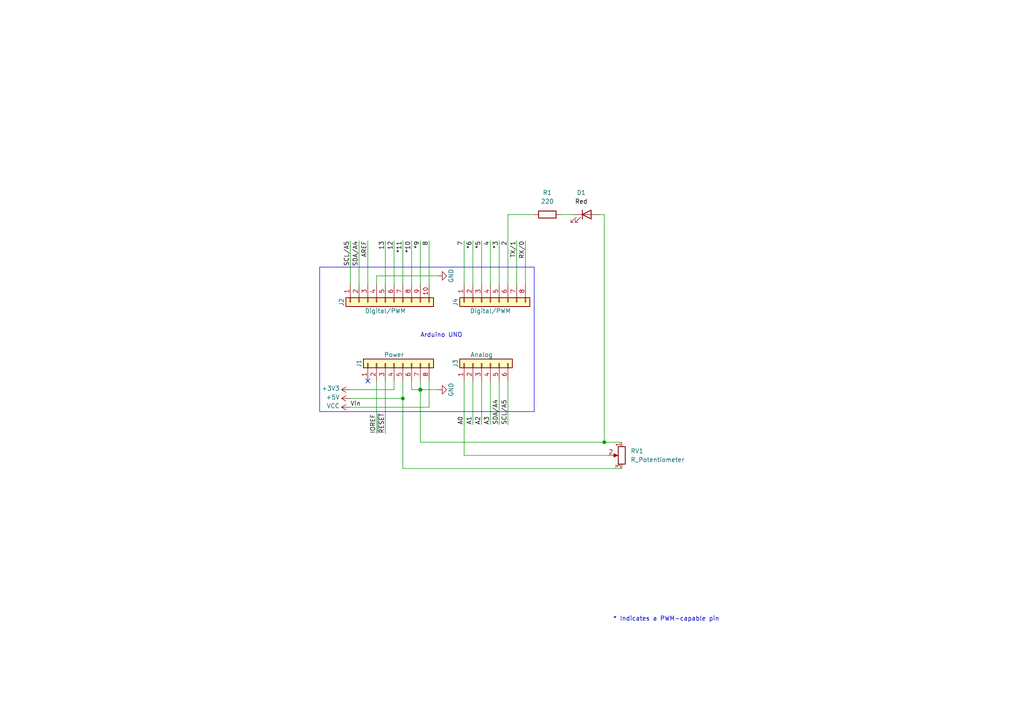
<source format=kicad_sch>
(kicad_sch (version 20231120) (generator "eeschema") (generator_version "8.0")
  (paper "A4")
  (title_block (date "mar. 31 mars 2015"))
  (lib_symbols
    (symbol "Connector_Generic:Conn_01x06" (pin_names (offset 1.016) hide)
      (property "Reference" "J" (at 0 7.62 0))
      (property "Value" "Conn_01x06" (at 0 -10.16 0))
      (symbol "Conn_01x06_1_1"
        (rectangle (start -1.27 -7.493) (end 0 -7.747) (stroke (width 0.1524)))
        (rectangle (start -1.27 -4.953) (end 0 -5.207) (stroke (width 0.1524)))
        (rectangle (start -1.27 -2.413) (end 0 -2.667) (stroke (width 0.1524)))
        (rectangle (start -1.27 0.127) (end 0 -0.127) (stroke (width 0.1524)))
        (rectangle (start -1.27 2.667) (end 0 2.413) (stroke (width 0.1524)))
        (rectangle (start -1.27 5.207) (end 0 4.953) (stroke (width 0.1524)))
        (rectangle (start -1.27 6.35) (end 1.27 -8.89) (stroke (width 0.254)) (fill (type background)))
        (pin passive line (at -5.08 5.08 0) (length 3.81) (name "Pin_1") (number "1"))
        (pin passive line (at -5.08 2.54 0) (length 3.81) (name "Pin_2") (number "2"))
        (pin passive line (at -5.08 0 0) (length 3.81) (name "Pin_3") (number "3"))
        (pin passive line (at -5.08 -2.54 0) (length 3.81) (name "Pin_4") (number "4"))
        (pin passive line (at -5.08 -5.08 0) (length 3.81) (name "Pin_5") (number "5"))
        (pin passive line (at -5.08 -7.62 0) (length 3.81) (name "Pin_6") (number "6"))
      )
    )
    (symbol "Connector_Generic:Conn_01x08" (pin_names (offset 1.016) hide)
      (property "Reference" "J" (at 0 10.16 0))
      (property "Value" "Conn_01x08" (at 0 -12.7 0))
      (symbol "Conn_01x08_1_1"
        (rectangle (start -1.27 -10.033) (end 0 -10.287) (stroke (width 0.1524)))
        (rectangle (start -1.27 -7.493) (end 0 -7.747) (stroke (width 0.1524)))
        (rectangle (start -1.27 -4.953) (end 0 -5.207) (stroke (width 0.1524)))
        (rectangle (start -1.27 -2.413) (end 0 -2.667) (stroke (width 0.1524)))
        (rectangle (start -1.27 0.127) (end 0 -0.127) (stroke (width 0.1524)))
        (rectangle (start -1.27 2.667) (end 0 2.413) (stroke (width 0.1524)))
        (rectangle (start -1.27 5.207) (end 0 4.953) (stroke (width 0.1524)))
        (rectangle (start -1.27 7.747) (end 0 7.493) (stroke (width 0.1524)))
        (rectangle (start -1.27 8.89) (end 1.27 -11.43) (stroke (width 0.254)) (fill (type background)))
        (pin passive line (at -5.08 7.62 0) (length 3.81) (name "Pin_1") (number "1"))
        (pin passive line (at -5.08 5.08 0) (length 3.81) (name "Pin_2") (number "2"))
        (pin passive line (at -5.08 2.54 0) (length 3.81) (name "Pin_3") (number "3"))
        (pin passive line (at -5.08 0 0) (length 3.81) (name "Pin_4") (number "4"))
        (pin passive line (at -5.08 -2.54 0) (length 3.81) (name "Pin_5") (number "5"))
        (pin passive line (at -5.08 -5.08 0) (length 3.81) (name "Pin_6") (number "6"))
        (pin passive line (at -5.08 -7.62 0) (length 3.81) (name "Pin_7") (number "7"))
        (pin passive line (at -5.08 -10.16 0) (length 3.81) (name "Pin_8") (number "8"))
      )
    )
    (symbol "Connector_Generic:Conn_01x10" (pin_names (offset 1.016) hide)
      (property "Reference" "J" (at 0 12.7 0))
      (property "Value" "Conn_01x10" (at 0 -15.24 0))
      (symbol "Conn_01x10_1_1"
        (rectangle (start -1.27 -12.573) (end 0 -12.827) (stroke (width 0.1524)))
        (rectangle (start -1.27 -10.033) (end 0 -10.287) (stroke (width 0.1524)))
        (rectangle (start -1.27 -7.493) (end 0 -7.747) (stroke (width 0.1524)))
        (rectangle (start -1.27 -4.953) (end 0 -5.207) (stroke (width 0.1524)))
        (rectangle (start -1.27 -2.413) (end 0 -2.667) (stroke (width 0.1524)))
        (rectangle (start -1.27 0.127) (end 0 -0.127) (stroke (width 0.1524)))
        (rectangle (start -1.27 2.667) (end 0 2.413) (stroke (width 0.1524)))
        (rectangle (start -1.27 5.207) (end 0 4.953) (stroke (width 0.1524)))
        (rectangle (start -1.27 7.747) (end 0 7.493) (stroke (width 0.1524)))
        (rectangle (start -1.27 10.287) (end 0 10.033) (stroke (width 0.1524)))
        (rectangle (start -1.27 11.43) (end 1.27 -13.97) (stroke (width 0.254)) (fill (type background)))
        (pin passive line (at -5.08 10.16 0) (length 3.81) (name "Pin_1") (number "1"))
        (pin passive line (at -5.08 -12.7 0) (length 3.81) (name "Pin_10") (number "10"))
        (pin passive line (at -5.08 7.62 0) (length 3.81) (name "Pin_2") (number "2"))
        (pin passive line (at -5.08 5.08 0) (length 3.81) (name "Pin_3") (number "3"))
        (pin passive line (at -5.08 2.54 0) (length 3.81) (name "Pin_4") (number "4"))
        (pin passive line (at -5.08 0 0) (length 3.81) (name "Pin_5") (number "5"))
        (pin passive line (at -5.08 -2.54 0) (length 3.81) (name "Pin_6") (number "6"))
        (pin passive line (at -5.08 -5.08 0) (length 3.81) (name "Pin_7") (number "7"))
        (pin passive line (at -5.08 -7.62 0) (length 3.81) (name "Pin_8") (number "8"))
        (pin passive line (at -5.08 -10.16 0) (length 3.81) (name "Pin_9") (number "9"))
      )
    )
    (symbol "Device:LED" (pin_numbers hide) (pin_names (offset 1.016) hide)
      (property "Reference" "D" (at 0 2.54 0))
      (property "Value" "LED" (at 0 -2.54 0))
      (symbol "LED_0_1"
        (polyline (pts (xy -1.27 -1.27) (xy -1.27 1.27)) (stroke (width 0.254)))
        (polyline (pts (xy -1.27 0) (xy 1.27 0)))
        (polyline (pts (xy 1.27 -1.27) (xy 1.27 1.27) (xy -1.27 0) (xy 1.27 -1.27)) (stroke (width 0.254)))
        (polyline (pts (xy -3.048 -0.762) (xy -4.572 -2.286) (xy -3.81 -2.286) (xy -4.572 -2.286) (xy -4.572 -1.524)))
        (polyline (pts (xy -1.778 -0.762) (xy -3.302 -2.286) (xy -2.54 -2.286) (xy -3.302 -2.286) (xy -3.302 -1.524)))
      )
      (symbol "LED_1_1"
        (pin passive line (at -3.81 0 0) (length 2.54) (name "K") (number "1"))
        (pin passive line (at 3.81 0 180) (length 2.54) (name "A") (number "2"))
      )
    )
    (symbol "Device:R" (pin_numbers hide) (pin_names (offset 0))
      (property "Reference" "R" (at 2.032 0 90))
      (property "Value" "R" (at 0 0 90))
      (symbol "R_0_1"
        (rectangle (start -1.016 -2.54) (end 1.016 2.54) (stroke (width 0.254)))
      )
      (symbol "R_1_1"
        (pin passive line (at 0 3.81 270) (length 1.27) (name "~") (number "1"))
        (pin passive line (at 0 -3.81 90) (length 1.27) (name "~") (number "2"))
      )
    )
    (symbol "Device:R_Potentiometer" (pin_names (offset 1.016) hide)
      (property "Reference" "RV" (at -4.445 0 90))
      (property "Value" "R_Potentiometer" (at -2.54 0 90))
      (symbol "R_Potentiometer_0_1"
        (polyline (pts (xy 2.54 0) (xy 1.524 0)))
        (polyline (pts (xy 1.143 0) (xy 2.286 0.508) (xy 2.286 -0.508) (xy 1.143 0)) (fill (type outline)))
        (rectangle (start 1.016 2.54) (end -1.016 -2.54) (stroke (width 0.254)))
      )
      (symbol "R_Potentiometer_1_1"
        (pin passive line (at 0 3.81 270) (length 1.27) (name "1") (number "1"))
        (pin passive line (at 3.81 0 180) (length 1.27) (name "2") (number "2"))
        (pin passive line (at 0 -3.81 90) (length 1.27) (name "3") (number "3"))
      )
    )
    (symbol "power:+3V3" (power) (pin_names (offset 0))
      (property "Value" "+3V3" (at 0 3.556 0))
      (symbol "+3V3_0_1"
        (polyline (pts (xy -0.762 1.27) (xy 0 2.54)))
        (polyline (pts (xy 0 0) (xy 0 2.54)))
        (polyline (pts (xy 0 2.54) (xy 0.762 1.27)))
      )
      (symbol "+3V3_1_1"
        (pin power_in line (at 0 0 90) (length 0) hide (name "+3V3") (number "1"))
      )
    )
    (symbol "power:+5V" (power) (pin_names (offset 0))
      (property "Value" "+5V" (at 0 3.556 0))
      (symbol "+5V_0_1"
        (polyline (pts (xy -0.762 1.27) (xy 0 2.54)))
        (polyline (pts (xy 0 0) (xy 0 2.54)))
        (polyline (pts (xy 0 2.54) (xy 0.762 1.27)))
      )
      (symbol "+5V_1_1"
        (pin power_in line (at 0 0 90) (length 0) hide (name "+5V") (number "1"))
      )
    )
    (symbol "power:GND" (power) (pin_names (offset 0))
      (property "Value" "GND" (at 0 -3.81 0))
      (symbol "GND_0_1"
        (polyline (pts (xy 0 0) (xy 0 -1.27) (xy 1.27 -1.27) (xy 0 -2.54) (xy -1.27 -1.27) (xy 0 -1.27)))
      )
      (symbol "GND_1_1"
        (pin power_in line (at 0 0 270) (length 0) hide (name "GND") (number "1"))
      )
    )
    (symbol "power:VCC" (power) (pin_names (offset 0))
      (property "Value" "VCC" (at 0 3.81 0))
      (symbol "VCC_0_1"
        (polyline (pts (xy -0.762 1.27) (xy 0 2.54)))
        (polyline (pts (xy 0 0) (xy 0 2.54)))
        (polyline (pts (xy 0 2.54) (xy 0.762 1.27)))
      )
      (symbol "VCC_1_1"
        (pin power_in line (at 0 0 90) (length 0) hide (name "VCC") (number "1"))
      )
    )
  )
  (junction (at 121.92 113.03) (diameter 1.016))
  (junction (at 175.26 128.27))
  (junction (at 116.84 115.57))
  (no_connect (at 106.68 110.49))
  (wire (pts (xy 152.4 82.55) (xy 152.4 69.85)))
  (wire (pts (xy 119.38 82.55) (xy 119.38 69.85)))
  (wire (pts (xy 101.6 82.55) (xy 101.6 69.85)))
  (wire (pts (xy 119.38 113.03) (xy 121.92 113.03)))
  (wire (pts (xy 147.32 123.19) (xy 147.32 110.49)))
  (wire (pts (xy 134.62 132.08) (xy 176.53 132.08)))
  (wire (pts (xy 121.92 113.03) (xy 127 113.03)))
  (wire (pts (xy 114.3 113.03) (xy 114.3 110.49)))
  (wire (pts (xy 116.84 115.57) (xy 116.84 110.49)))
  (wire (pts (xy 101.6 115.57) (xy 116.84 115.57)))
  (wire (pts (xy 111.76 82.55) (xy 111.76 69.85)))
  (wire (pts (xy 101.6 113.03) (xy 114.3 113.03)))
  (wire (pts (xy 134.62 82.55) (xy 134.62 69.85)))
  (wire (pts (xy 134.62 110.49) (xy 134.62 132.08)))
  (wire (pts (xy 121.92 128.27) (xy 121.92 113.03)))
  (wire (pts (xy 114.3 82.55) (xy 114.3 69.85)))
  (wire (pts (xy 137.16 82.55) (xy 137.16 69.85)))
  (wire (pts (xy 173.99 62.23) (xy 175.26 62.23)))
  (wire (pts (xy 116.84 135.89) (xy 116.84 115.57)))
  (wire (pts (xy 121.92 82.55) (xy 121.92 69.85)))
  (wire (pts (xy 142.24 82.55) (xy 142.24 69.85)))
  (wire (pts (xy 109.22 125.73) (xy 109.22 110.49)))
  (wire (pts (xy 109.22 80.01) (xy 127 80.01)))
  (wire (pts (xy 106.68 82.55) (xy 106.68 69.85)))
  (wire (pts (xy 162.56 62.23) (xy 166.37 62.23)))
  (wire (pts (xy 147.32 62.23) (xy 147.32 82.55)))
  (wire (pts (xy 139.7 110.49) (xy 139.7 123.19)))
  (wire (pts (xy 111.76 125.73) (xy 111.76 110.49)))
  (wire (pts (xy 121.92 110.49) (xy 121.92 113.03)))
  (wire (pts (xy 180.34 135.89) (xy 116.84 135.89)))
  (wire (pts (xy 124.46 110.49) (xy 124.46 118.11)))
  (wire (pts (xy 137.16 123.19) (xy 137.16 110.49)))
  (wire (pts (xy 109.22 82.55) (xy 109.22 80.01)))
  (wire (pts (xy 119.38 110.49) (xy 119.38 113.03)))
  (wire (pts (xy 116.84 82.55) (xy 116.84 69.85)))
  (wire (pts (xy 154.94 62.23) (xy 147.32 62.23)))
  (wire (pts (xy 139.7 82.55) (xy 139.7 69.85)))
  (wire (pts (xy 142.24 123.19) (xy 142.24 110.49)))
  (wire (pts (xy 175.26 128.27) (xy 180.34 128.27)))
  (wire (pts (xy 175.26 62.23) (xy 175.26 128.27)))
  (wire (pts (xy 104.14 82.55) (xy 104.14 69.85)))
  (wire (pts (xy 144.78 82.55) (xy 144.78 69.85)))
  (wire (pts (xy 149.86 82.55) (xy 149.86 69.85)))
  (wire (pts (xy 124.46 118.11) (xy 101.6 118.11)))
  (wire (pts (xy 175.26 128.27) (xy 121.92 128.27)))
  (wire (pts (xy 144.78 110.49) (xy 144.78 123.19)))
  (wire (pts (xy 124.46 82.55) (xy 124.46 69.85)))
  (rectangle (start 92.71 77.47) (end 154.94 119.38))
  (text "Arduino UNO" (at 128.016 97.282 0) (effects (font (size 1.27 1.27))))
  (text "* Indicates a PWM-capable pin" (at 177.8 180.34 0) (effects (font (size 1.27 1.27)) (justify left bottom)))
  (label "RX{slash}0" (at 152.4 69.85 270))
  (label "A2" (at 139.7 123.19 90))
  (label "4" (at 142.24 69.85 270))
  (label "2" (at 147.32 69.85 270))
  (label "A3" (at 142.24 123.19 90))
  (label "13" (at 111.76 69.85 270))
  (label "12" (at 114.3 69.85 270))
  (label "~{RESET}" (at 111.76 125.73 90))
  (label "*10" (at 119.38 69.85 270))
  (label "7" (at 134.62 69.85 270))
  (label "SDA{slash}A4" (at 104.14 69.85 270))
  (label "8" (at 124.46 69.85 270))
  (label "*11" (at 116.84 69.85 270))
  (label "*3" (at 144.78 69.85 270))
  (label "A1" (at 137.16 123.19 90))
  (label "TX{slash}1" (at 149.86 69.85 270))
  (label "A0" (at 134.62 123.19 90))
  (label "AREF" (at 106.68 69.85 270))
  (label "Vin" (at 101.6 118.11 0))
  (label "*6" (at 137.16 69.85 270))
  (label "SCL{slash}A5" (at 101.6 69.85 270))
  (label "*9" (at 121.92 69.85 270))
  (label "*5" (at 139.7 69.85 270))
  (label "IOREF" (at 109.22 125.73 90))
  (label "SDA{slash}A4" (at 144.78 123.19 90))
  (label "SCL{slash}A5" (at 147.32 123.19 90))
  (symbol (lib_id "Connector_Generic:Conn_01x08") (at 114.3 105.41 90) (unit 1)
    (property "Reference" "J1" (at 104.14 105.41 0))
    (property "Value" "Power" (at 114.3 102.87 90))
    (property "Footprint" "Connector_PinSocket_2.54mm:PinSocket_1x08_P2.54mm_Vertical" (effects (hide yes)))
  )
  (symbol (lib_id "power:+3V3") (at 101.6 113.03 90) (unit 1)
    (property "Reference" "#PWR03" (effects (hide yes)))
    (property "Value" "+3V3" (at 98.552 112.649 90) (effects (justify left)))
  )
  (symbol (lib_id "power:+5V") (at 101.6 115.57 90) (unit 1)
    (property "Reference" "#PWR02" (effects (hide yes)))
    (property "Value" "+5V" (at 98.552 115.2144 90) (effects (justify left)))
  )
  (symbol (lib_id "power:GND") (at 127 113.03 90) (unit 1)
    (property "Reference" "#PWR04" (effects (hide yes)))
    (property "Value" "GND" (at 130.81 113.03 0))
  )
  (symbol (lib_id "Connector_Generic:Conn_01x10") (at 111.76 87.63 90) (mirror x) (unit 1)
    (property "Reference" "J2" (at 99.06 87.63 0))
    (property "Value" "Digital/PWM" (at 111.76 90.17 90))
    (property "Footprint" "Connector_PinSocket_2.54mm:PinSocket_1x10_P2.54mm_Vertical" (effects (hide yes)))
  )
  (symbol (lib_id "power:GND") (at 127 80.01 90) (unit 1)
    (property "Reference" "#PWR05" (effects (hide yes)))
    (property "Value" "GND" (at 130.81 80.01 0))
  )
  (symbol (lib_id "Connector_Generic:Conn_01x06") (at 139.7 105.41 90) (unit 1)
    (property "Reference" "J3" (at 132.08 105.41 0))
    (property "Value" "Analog" (at 139.7 102.87 90))
    (property "Footprint" "Connector_PinSocket_2.54mm:PinSocket_1x06_P2.54mm_Vertical" (effects (hide yes)))
  )
  (symbol (lib_id "Connector_Generic:Conn_01x08") (at 142.24 87.63 90) (mirror x) (unit 1)
    (property "Reference" "J4" (at 132.08 87.63 0))
    (property "Value" "Digital/PWM" (at 142.24 90.17 90))
    (property "Footprint" "Connector_PinSocket_2.54mm:PinSocket_1x08_P2.54mm_Vertical" (effects (hide yes)))
  )
  (symbol (lib_id "Device:R") (at 158.75 62.23 90) (unit 1)
    (property "Reference" "R1" (at 158.75 55.88 90))
    (property "Value" "220" (at 158.75 58.42 90))
    (property "Description" "Resistor" (effects (hide yes)))
  )
  (symbol (lib_id "Device:R_Potentiometer") (at 180.34 132.08 0) (mirror y) (unit 1)
    (property "Reference" "RV1" (at 182.88 130.8099 0) (effects (justify right)))
    (property "Value" "R_Potentiometer" (at 182.88 133.3499 0) (effects (justify right)))
    (property "Description" "Potentiometer" (effects (hide yes)))
  )
  (symbol (lib_id "power:VCC") (at 101.6 118.11 90) (unit 1)
    (property "Reference" "#PWR01" (effects (hide yes)))
    (property "Value" "VCC" (at 98.552 117.729 90) (effects (justify left)))
  )
  (symbol (lib_id "Device:LED") (at 170.18 62.23 0) (unit 1)
    (property "Reference" "D1" (at 168.5925 55.88 0))
    (property "Value" "Red" (at 168.5925 58.42 0))
    (property "Description" "Light emitting diode" (effects (hide yes)))
  )
)
</source>
